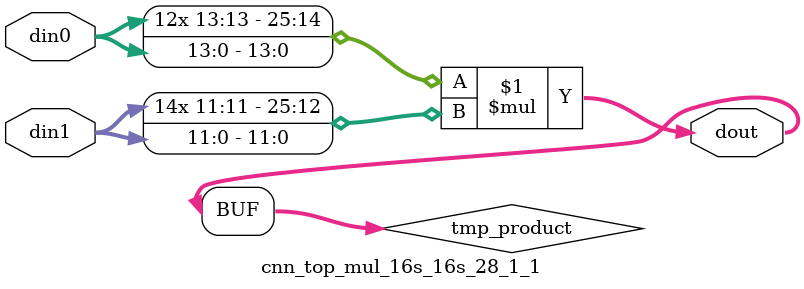
<source format=v>

`timescale 1 ns / 1 ps

 module cnn_top_mul_16s_16s_28_1_1(din0, din1, dout);
parameter ID = 1;
parameter NUM_STAGE = 0;
parameter din0_WIDTH = 14;
parameter din1_WIDTH = 12;
parameter dout_WIDTH = 26;

input [din0_WIDTH - 1 : 0] din0; 
input [din1_WIDTH - 1 : 0] din1; 
output [dout_WIDTH - 1 : 0] dout;

wire signed [dout_WIDTH - 1 : 0] tmp_product;



























assign tmp_product = $signed(din0) * $signed(din1);








assign dout = tmp_product;





















endmodule

</source>
